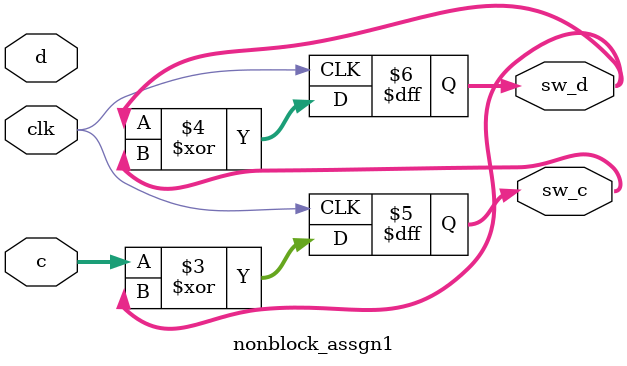
<source format=v>
module block_assgn(
    input [8:0] a, b,      
    input clk,             
    output reg [8:0] sw_a, sw_b 
);
    reg [8:0] ta, tb;  

    always @(posedge clk) begin
        
        ta = a;  
        tb = b;  
        sw_a = tb;  
        sw_b = ta; 
    end
endmodule

module nonblock_assgn(c,d,clk,sw_c,sw_d);
 input [7:0] c,d ;
 input clk;
 output reg[7:0] sw_c,sw_d ;
 always @(posedge clk)
 begin 
   sw_c<=d;
   sw_d<=c;
 end
endmodule

module nonblock_assgn1(
    input [7:0] c, d,       
    input clk,               
    output reg [7:0] sw_c,  
    output reg [7:0] sw_d
);

    always @(posedge clk) 
    begin
        sw_d <= c ^ d;       
        sw_c <= c ^ sw_d;    
        sw_d <= sw_d ^ sw_c; 
    end
endmodule
</source>
